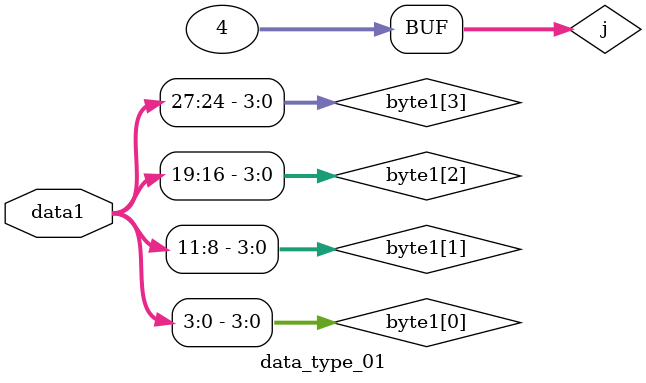
<source format=v>
module data_type_01(
    input [31:0]     data1
);

reg [3:0]      byte1 [7:0]; //这是错误的定义方式

integer j;
//generate
    always@* begin   //'*'代表一直？逻辑电路？
        for (j=0; j<=3;j=j+1) begin    //判断语句应该是：'j<=3'而不是'j<=31'?
            byte1[j] = data1[(j+1)*8-1 : j*8]; 
            //把data1[7:0]…data1[31:24]依次赋值给byte1[0][7:0]…byte[3][7:0]
        end
    end
//endgenerate
endmodule


</source>
